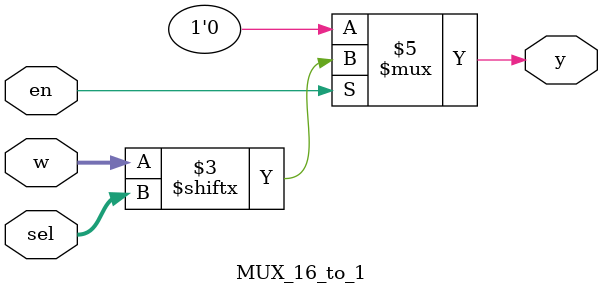
<source format=v>
/*
Đa hợp/ghép kênh:
Đặc điểm ngõ vào bao gồm hai loại chân:
- Chân chọn : sel / select (là số bit cần để biểu diễn số lượng ngõ vào)
- Các chân dữ liệu vào.
Ngõ ra:
- 01 chân duy nhất.
--------------------------------------
Nguyên tắc hoạt động:
Các chân sel/select chọn ngõ ra sẽ được lấy từ ngõ vào nào.
*/


module multiplexer_2_1(S, I, O);
    input S;
    input [1:0] I;
    output reg O;
    always @(S, I)
        begin
            O = (I[0] & (~S)) | (I[1] & S);
        end
endmodule

module mux_4_to_1(in, sel, out, en);
    input [3:0]in;
    input [1:0]sel;
    input en;
    output out;

    wire en;
    wire [3:0]in;
    wire [1:0]sel;
    reg out;
    //reg out;//increase cost for each IC if using reg

    always @(en, in, sel) 
        if( en == 0)
            out = 0;
        else
            begin
                case (sel)
                    0 : out = in[0]; 
                    1 : out = in[1]; 
                    2 : out = in[2]; 
                    default : out = in[3]; 
                endcase
            end
endmodule


module MUX_8_to_1(en, w, sel, y);
    input en;
    input [7:0] w;
    input [2:0] sel;
    output reg y;

    always @(en, w, sel) 
    begin
        if(en == 0)
            y = 0;
        else 
            y = w[sel];    
    end
endmodule

module MUX_16_to_1(en, w, sel, y);
    input en;
    input [15:0] w;
    input [3:0] sel;
    output reg y;

    always @(en, w, sel) 
    begin
        if(en == 0)
            y = 0;
        else 
            y = w[sel];    
    end
endmodule
</source>
